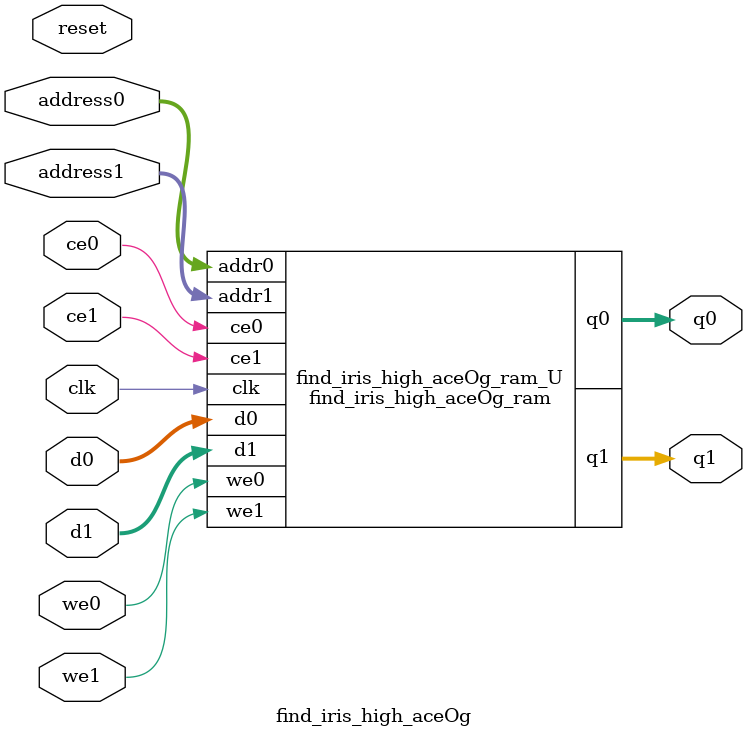
<source format=v>
`timescale 1 ns / 1 ps
module find_iris_high_aceOg_ram (addr0, ce0, d0, we0, q0, addr1, ce1, d1, we1, q1,  clk);

parameter DWIDTH = 32;
parameter AWIDTH = 10;
parameter MEM_SIZE = 804;

input[AWIDTH-1:0] addr0;
input ce0;
input[DWIDTH-1:0] d0;
input we0;
output reg[DWIDTH-1:0] q0;
input[AWIDTH-1:0] addr1;
input ce1;
input[DWIDTH-1:0] d1;
input we1;
output reg[DWIDTH-1:0] q1;
input clk;

(* ram_style = "block" *)reg [DWIDTH-1:0] ram[0:MEM_SIZE-1];




always @(posedge clk)  
begin 
    if (ce0) begin
        if (we0) 
            ram[addr0] <= d0; 
        q0 <= ram[addr0];
    end
end


always @(posedge clk)  
begin 
    if (ce1) begin
        if (we1) 
            ram[addr1] <= d1; 
        q1 <= ram[addr1];
    end
end


endmodule

`timescale 1 ns / 1 ps
module find_iris_high_aceOg(
    reset,
    clk,
    address0,
    ce0,
    we0,
    d0,
    q0,
    address1,
    ce1,
    we1,
    d1,
    q1);

parameter DataWidth = 32'd32;
parameter AddressRange = 32'd804;
parameter AddressWidth = 32'd10;
input reset;
input clk;
input[AddressWidth - 1:0] address0;
input ce0;
input we0;
input[DataWidth - 1:0] d0;
output[DataWidth - 1:0] q0;
input[AddressWidth - 1:0] address1;
input ce1;
input we1;
input[DataWidth - 1:0] d1;
output[DataWidth - 1:0] q1;



find_iris_high_aceOg_ram find_iris_high_aceOg_ram_U(
    .clk( clk ),
    .addr0( address0 ),
    .ce0( ce0 ),
    .we0( we0 ),
    .d0( d0 ),
    .q0( q0 ),
    .addr1( address1 ),
    .ce1( ce1 ),
    .we1( we1 ),
    .d1( d1 ),
    .q1( q1 ));

endmodule


</source>
